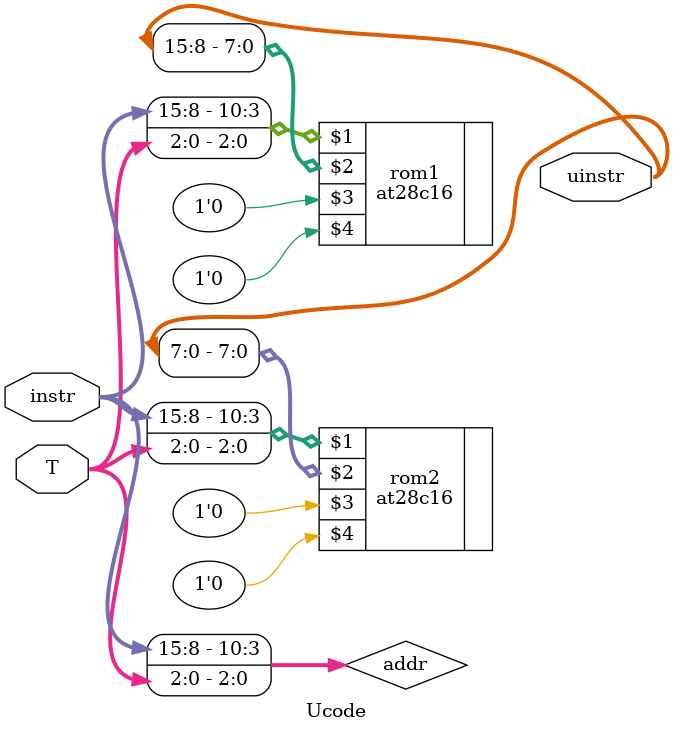
<source format=v>
/* Ucode: Turn an instruction into a microinstruction

    T0:  PO AI
    T1:  MO II P+
    T2+: look in DecodeROM at {T-2, instr[15:8]}
*/

`include "ttl/at28c16.v"

module Ucode(instr, T, uinstr);
    input [15:0] instr;
    input [2:0] T;
    output [15:0] uinstr;

    wire [10:0] addr;
    assign addr = {instr[15:8], T};

    at28c16 #(.ROM_FILE("ucode-low.hex")) rom2 (addr, uinstr[7:0], 1'b0, 1'b0);
    at28c16 #(.ROM_FILE("ucode-high.hex")) rom1 (addr, uinstr[15:8], 1'b0, 1'b0);
endmodule

</source>
